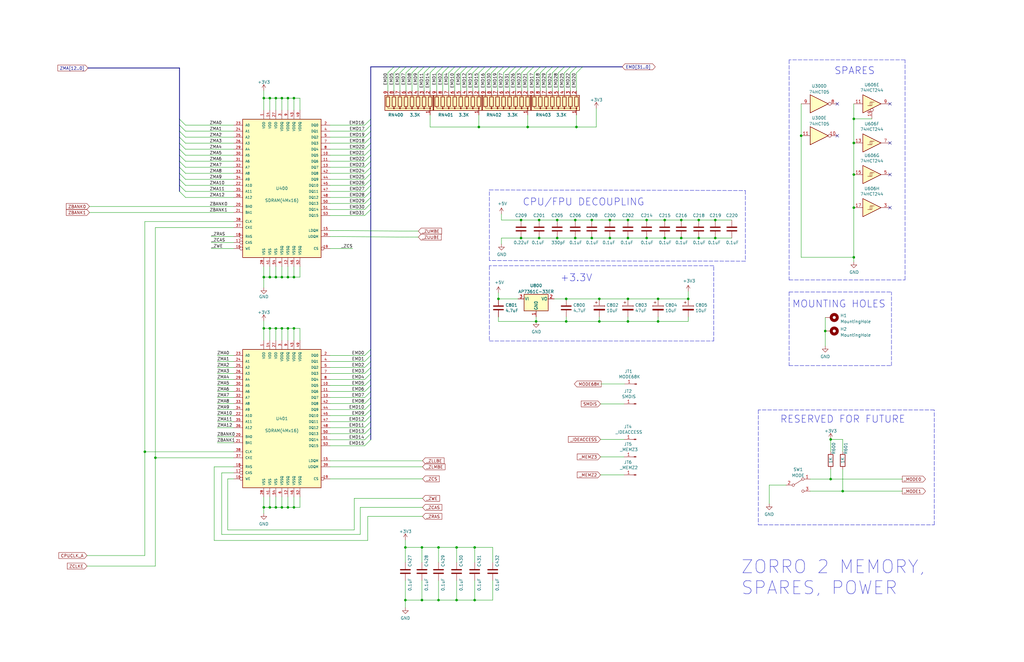
<source format=kicad_sch>
(kicad_sch (version 20231120) (generator "eeschema") (generator_version "8.0")
  (paper "B")
  (title_block (title "Amiga N2630 MC68880 PGA") (date "2024-03-24") (rev "4.1.0b"))
  (junction (at 243.078 53.594))
  (junction (at 294.64 100.457))
  (junction (at 170.942 253.238))
  (junction (at 118.872 138.557))
  (junction (at 360.045 108.585))
  (junction (at 222.504 53.594))
  (junction (at 350.266 202.184))
  (junction (at 121.412 41.402))
  (junction (at 111.252 116.967))
  (junction (at 201.93 53.594))
  (junction (at 111.252 138.557))
  (junction (at 287.274 92.837))
  (junction (at 170.942 231.013))
  (junction (at 192.532 231.013))
  (junction (at 123.952 41.402))
  (junction (at 177.927 231.013))
  (junction (at 252.73 135.636))
  (junction (at 113.792 214.122))
  (junction (at 234.95 100.457))
  (junction (at 113.792 116.967))
  (junction (at 111.252 41.402))
  (junction (at 264.795 100.457))
  (junction (at 116.332 41.402))
  (junction (at 264.795 92.837))
  (junction (at 177.927 253.238))
  (junction (at 113.792 138.557))
  (junction (at 290.195 126.111))
  (junction (at 200.152 253.238))
  (junction (at 355.346 207.264))
  (junction (at 360.045 87.63))
  (junction (at 226.06 135.636))
  (junction (at 252.73 126.111))
  (junction (at 121.412 138.557))
  (junction (at 210.185 126.111))
  (junction (at 61.087 190.627))
  (junction (at 118.872 116.967))
  (junction (at 116.332 116.967))
  (junction (at 113.792 41.402))
  (junction (at 116.332 214.122))
  (junction (at 116.332 138.557))
  (junction (at 280.289 100.457))
  (junction (at 360.045 60.325))
  (junction (at 257.175 100.457))
  (junction (at 123.952 138.557))
  (junction (at 280.289 92.837))
  (junction (at 287.274 100.457))
  (junction (at 123.952 116.967))
  (junction (at 123.952 214.122))
  (junction (at 257.175 92.837))
  (junction (at 184.912 253.238))
  (junction (at 347.98 139.7))
  (junction (at 227.33 92.837))
  (junction (at 219.71 100.457))
  (junction (at 242.57 92.837))
  (junction (at 249.555 92.837))
  (junction (at 272.669 100.457))
  (junction (at 249.555 100.457))
  (junction (at 118.872 41.402))
  (junction (at 200.152 231.013))
  (junction (at 238.76 126.111))
  (junction (at 219.71 92.837))
  (junction (at 264.795 126.111))
  (junction (at 234.95 92.837))
  (junction (at 360.045 50.165))
  (junction (at 118.872 214.122))
  (junction (at 111.252 214.122))
  (junction (at 350.266 185.42))
  (junction (at 337.82 57.277))
  (junction (at 264.795 135.636))
  (junction (at 65.532 193.167))
  (junction (at 277.495 126.111))
  (junction (at 294.64 92.837))
  (junction (at 272.669 92.837))
  (junction (at 121.412 214.122))
  (junction (at 238.76 135.636))
  (junction (at 227.33 100.457))
  (junction (at 360.045 73.66))
  (junction (at 301.625 100.457))
  (junction (at 121.412 116.967))
  (junction (at 184.912 231.013))
  (junction (at 277.495 135.636))
  (junction (at 242.57 100.457))
  (junction (at 301.625 92.837))
  (junction (at 192.532 253.238))
  (no_connect (at 353.06 57.277))
  (no_connect (at 375.285 43.815))
  (no_connect (at 375.285 87.63))
  (no_connect (at 375.285 60.325))
  (no_connect (at 375.285 73.66))
  (no_connect (at 353.06 43.815))
  (bus_entry (at 78.232 83.312) (size -2.54 -2.54))
  (bus_entry (at 222.504 30.734) (size 2.54 -2.54))
  (bus_entry (at 230.378 28.194) (size -2.54 2.54))
  (bus_entry (at 153.797 149.987) (size 2.54 -2.54))
  (bus_entry (at 153.797 152.527) (size 2.54 -2.54))
  (bus_entry (at 166.116 28.194) (size -2.54 2.54))
  (bus_entry (at 240.538 30.734) (size 2.54 -2.54))
  (bus_entry (at 217.424 28.194) (size -2.54 2.54))
  (bus_entry (at 196.85 28.194) (size -2.54 2.54))
  (bus_entry (at 243.078 30.734) (size 2.54 -2.54))
  (bus_entry (at 153.797 55.372) (size 2.54 -2.54))
  (bus_entry (at 171.196 28.194) (size -2.54 2.54))
  (bus_entry (at 207.264 28.194) (size -2.54 2.54))
  (bus_entry (at 191.77 28.194) (size -2.54 2.54))
  (bus_entry (at 219.964 30.734) (size 2.54 -2.54))
  (bus_entry (at 153.797 175.387) (size 2.54 -2.54))
  (bus_entry (at 153.797 185.547) (size 2.54 -2.54))
  (bus_entry (at 235.458 28.194) (size -2.54 2.54))
  (bus_entry (at 176.276 28.194) (size -2.54 2.54))
  (bus_entry (at 78.232 80.772) (size -2.54 -2.54))
  (bus_entry (at 178.816 28.194) (size -2.54 2.54))
  (bus_entry (at 237.998 28.194) (size -2.54 2.54))
  (bus_entry (at 153.797 65.532) (size 2.54 -2.54))
  (bus_entry (at 168.656 28.194) (size -2.54 2.54))
  (bus_entry (at 153.797 90.932) (size 2.54 -2.54))
  (bus_entry (at 214.884 28.194) (size -2.54 2.54))
  (bus_entry (at 153.797 157.607) (size 2.54 -2.54))
  (bus_entry (at 232.918 28.194) (size -2.54 2.54))
  (bus_entry (at 153.797 75.692) (size 2.54 -2.54))
  (bus_entry (at 153.797 188.087) (size 2.54 -2.54))
  (bus_entry (at 153.797 70.612) (size 2.54 -2.54))
  (bus_entry (at 153.797 165.227) (size 2.54 -2.54))
  (bus_entry (at 153.797 177.927) (size 2.54 -2.54))
  (bus_entry (at 153.797 80.772) (size 2.54 -2.54))
  (bus_entry (at 178.816 30.734) (size 2.54 -2.54))
  (bus_entry (at 181.356 30.734) (size 2.54 -2.54))
  (bus_entry (at 153.797 160.147) (size 2.54 -2.54))
  (bus_entry (at 199.39 28.194) (size -2.54 2.54))
  (bus_entry (at 153.797 162.687) (size 2.54 -2.54))
  (bus_entry (at 153.797 68.072) (size 2.54 -2.54))
  (bus_entry (at 153.797 57.912) (size 2.54 -2.54))
  (bus_entry (at 194.31 28.194) (size -2.54 2.54))
  (bus_entry (at 153.797 183.007) (size 2.54 -2.54))
  (bus_entry (at 153.797 85.852) (size 2.54 -2.54))
  (bus_entry (at 153.797 170.307) (size 2.54 -2.54))
  (bus_entry (at 153.797 155.067) (size 2.54 -2.54))
  (bus_entry (at 186.69 28.194) (size -2.54 2.54))
  (bus_entry (at 153.797 180.467) (size 2.54 -2.54))
  (bus_entry (at 199.39 30.734) (size 2.54 -2.54))
  (bus_entry (at 153.797 60.452) (size 2.54 -2.54))
  (bus_entry (at 173.736 28.194) (size -2.54 2.54))
  (bus_entry (at 153.797 73.152) (size 2.54 -2.54))
  (bus_entry (at 153.797 172.847) (size 2.54 -2.54))
  (bus_entry (at 240.538 28.194) (size -2.54 2.54))
  (bus_entry (at 201.93 30.734) (size 2.54 -2.54))
  (bus_entry (at 227.838 28.194) (size -2.54 2.54))
  (bus_entry (at 153.797 88.392) (size 2.54 -2.54))
  (bus_entry (at 153.797 83.312) (size 2.54 -2.54))
  (bus_entry (at 153.797 52.832) (size 2.54 -2.54))
  (bus_entry (at 78.232 52.832) (size -2.54 -2.54))
  (bus_entry (at 78.232 55.372) (size -2.54 -2.54))
  (bus_entry (at 78.232 57.912) (size -2.54 -2.54))
  (bus_entry (at 78.232 60.452) (size -2.54 -2.54))
  (bus_entry (at 78.232 62.992) (size -2.54 -2.54))
  (bus_entry (at 78.232 70.612) (size -2.54 -2.54))
  (bus_entry (at 78.232 73.152) (size -2.54 -2.54))
  (bus_entry (at 78.232 75.692) (size -2.54 -2.54))
  (bus_entry (at 78.232 78.232) (size -2.54 -2.54))
  (bus_entry (at 78.232 68.072) (size -2.54 -2.54))
  (bus_entry (at 78.232 65.532) (size -2.54 -2.54))
  (bus_entry (at 189.23 28.194) (size -2.54 2.54))
  (bus_entry (at 219.964 28.194) (size -2.54 2.54))
  (bus_entry (at 209.804 28.194) (size -2.54 2.54))
  (bus_entry (at 153.797 78.232) (size 2.54 -2.54))
  (bus_entry (at 212.344 28.194) (size -2.54 2.54))
  (bus_entry (at 153.797 167.767) (size 2.54 -2.54))
  (bus_entry (at 153.797 62.992) (size 2.54 -2.54))
  (wire (pts (xy 222.504 30.734) (xy 222.504 38.354)))
  (wire (pts (xy 91.567 165.227) (xy 98.552 165.227)))
  (wire (pts (xy 367.665 50.165) (xy 360.045 50.165)))
  (wire (pts (xy 139.192 162.687) (xy 153.797 162.687)))
  (wire (pts (xy 65.532 193.167) (xy 65.532 96.012)))
  (wire (pts (xy 93.472 199.517) (xy 93.472 225.552)))
  (wire (pts (xy 78.232 57.912) (xy 98.552 57.912)))
  (wire (pts (xy 111.252 214.122) (xy 113.792 214.122)))
  (bus (pts (xy 156.337 85.852) (xy 156.337 83.312)))
  (wire (pts (xy 139.192 160.147) (xy 153.797 160.147)))
  (wire (pts (xy 207.772 253.238) (xy 207.772 244.983)))
  (wire (pts (xy 121.412 138.557) (xy 121.412 143.637)))
  (wire (pts (xy 214.884 30.734) (xy 214.884 38.354)))
  (wire (pts (xy 91.567 172.847) (xy 98.552 172.847)))
  (wire (pts (xy 219.71 92.837) (xy 211.455 92.837)))
  (wire (pts (xy 121.412 209.677) (xy 121.412 214.122)))
  (wire (pts (xy 113.792 41.402) (xy 116.332 41.402)))
  (wire (pts (xy 126.492 209.677) (xy 126.492 214.122)))
  (wire (pts (xy 252.73 135.636) (xy 264.795 135.636)))
  (wire (pts (xy 78.232 78.232) (xy 98.552 78.232)))
  (wire (pts (xy 243.078 53.594) (xy 251.46 53.594)))
  (polyline (pts (xy 206.375 109.982) (xy 206.375 80.137)) (stroke (width 0) (type dash)))
  (wire (pts (xy 139.192 172.847) (xy 153.797 172.847)))
  (wire (pts (xy 139.192 180.467) (xy 153.797 180.467)))
  (wire (pts (xy 118.872 116.967) (xy 121.412 116.967)))
  (bus (pts (xy 186.69 28.194) (xy 189.23 28.194)))
  (bus (pts (xy 232.918 28.194) (xy 235.458 28.194)))
  (wire (pts (xy 116.332 138.557) (xy 116.332 143.637)))
  (wire (pts (xy 149.352 210.312) (xy 178.181 210.312)))
  (wire (pts (xy 113.792 138.557) (xy 116.332 138.557)))
  (bus (pts (xy 173.736 28.194) (xy 176.276 28.194)))
  (wire (pts (xy 287.274 92.837) (xy 294.64 92.837)))
  (wire (pts (xy 78.232 70.612) (xy 98.552 70.612)))
  (wire (pts (xy 123.952 112.522) (xy 123.952 116.967)))
  (wire (pts (xy 121.412 214.122) (xy 123.952 214.122)))
  (wire (pts (xy 116.332 112.522) (xy 116.332 116.967)))
  (bus (pts (xy 199.39 28.194) (xy 201.93 28.194)))
  (wire (pts (xy 171.196 30.734) (xy 171.196 38.354)))
  (wire (pts (xy 118.872 214.122) (xy 121.412 214.122)))
  (bus (pts (xy 217.424 28.194) (xy 219.964 28.194)))
  (wire (pts (xy 96.012 223.647) (xy 149.352 223.647)))
  (wire (pts (xy 225.298 30.734) (xy 225.298 38.354)))
  (wire (pts (xy 170.942 253.238) (xy 170.942 256.413)))
  (bus (pts (xy 37.084 28.702) (xy 75.692 28.702)))
  (bus (pts (xy 75.692 68.072) (xy 75.692 65.532)))
  (bus (pts (xy 156.337 160.147) (xy 156.337 157.607)))
  (bus (pts (xy 191.77 28.194) (xy 194.31 28.194)))
  (wire (pts (xy 355.346 190.5) (xy 355.346 185.42)))
  (wire (pts (xy 111.252 46.482) (xy 111.252 41.402)))
  (bus (pts (xy 156.337 55.372) (xy 156.337 52.832)))
  (bus (pts (xy 156.337 83.312) (xy 156.337 80.772)))
  (wire (pts (xy 170.942 253.238) (xy 177.927 253.238)))
  (wire (pts (xy 331.47 204.724) (xy 324.358 204.724)))
  (wire (pts (xy 139.192 104.902) (xy 148.717 104.902)))
  (wire (pts (xy 78.232 73.152) (xy 98.552 73.152)))
  (bus (pts (xy 189.23 28.194) (xy 191.77 28.194)))
  (wire (pts (xy 253.238 170.434) (xy 263.144 170.434)))
  (bus (pts (xy 75.692 70.612) (xy 75.692 68.072)))
  (wire (pts (xy 360.045 108.585) (xy 360.045 110.49)))
  (wire (pts (xy 301.625 92.837) (xy 308.61 92.837)))
  (wire (pts (xy 178.816 30.734) (xy 178.816 38.354)))
  (wire (pts (xy 253.238 185.42) (xy 263.144 185.42)))
  (wire (pts (xy 207.772 231.013) (xy 200.152 231.013)))
  (wire (pts (xy 139.192 90.932) (xy 153.797 90.932)))
  (wire (pts (xy 277.495 135.636) (xy 264.795 135.636)))
  (wire (pts (xy 139.192 185.547) (xy 153.797 185.547)))
  (wire (pts (xy 200.152 253.238) (xy 200.152 244.983)))
  (polyline (pts (xy 314.325 110.236) (xy 206.375 109.982)) (stroke (width 0) (type dash)))
  (wire (pts (xy 355.346 207.264) (xy 380.492 207.264)))
  (wire (pts (xy 192.532 237.363) (xy 192.532 231.013)))
  (wire (pts (xy 139.192 157.607) (xy 153.797 157.607)))
  (wire (pts (xy 96.012 202.057) (xy 96.012 223.647)))
  (wire (pts (xy 98.552 93.472) (xy 61.087 93.472)))
  (wire (pts (xy 192.532 253.238) (xy 200.152 253.238)))
  (wire (pts (xy 123.952 138.557) (xy 123.952 143.637)))
  (wire (pts (xy 151.892 225.552) (xy 151.892 214.122)))
  (wire (pts (xy 78.232 52.832) (xy 98.552 52.832)))
  (wire (pts (xy 264.795 92.837) (xy 257.175 92.837)))
  (bus (pts (xy 156.337 52.832) (xy 156.337 50.292)))
  (wire (pts (xy 337.82 57.277) (xy 337.82 108.585)))
  (bus (pts (xy 156.337 177.927) (xy 156.337 175.387)))
  (wire (pts (xy 264.795 92.837) (xy 272.669 92.837)))
  (wire (pts (xy 360.045 60.325) (xy 360.045 73.66)))
  (wire (pts (xy 111.252 116.967) (xy 111.252 121.412)))
  (bus (pts (xy 156.337 185.547) (xy 156.337 183.007)))
  (wire (pts (xy 139.192 167.767) (xy 153.797 167.767)))
  (bus (pts (xy 75.692 55.372) (xy 75.692 52.832)))
  (bus (pts (xy 214.884 28.194) (xy 217.424 28.194)))
  (wire (pts (xy 139.192 152.527) (xy 153.797 152.527)))
  (wire (pts (xy 91.567 157.607) (xy 98.552 157.607)))
  (wire (pts (xy 280.289 92.837) (xy 287.274 92.837)))
  (wire (pts (xy 234.95 92.837) (xy 227.33 92.837)))
  (wire (pts (xy 200.152 231.013) (xy 192.532 231.013)))
  (wire (pts (xy 219.71 100.457) (xy 211.455 100.457)))
  (wire (pts (xy 341.63 202.184) (xy 350.266 202.184)))
  (wire (pts (xy 235.458 30.734) (xy 235.458 38.354)))
  (wire (pts (xy 111.252 209.677) (xy 111.252 214.122)))
  (wire (pts (xy 139.192 65.532) (xy 153.797 65.532)))
  (wire (pts (xy 91.5924 180.467) (xy 98.552 180.467)))
  (wire (pts (xy 78.232 65.532) (xy 98.552 65.532)))
  (wire (pts (xy 116.332 138.557) (xy 118.872 138.557)))
  (wire (pts (xy 272.669 92.837) (xy 280.289 92.837)))
  (wire (pts (xy 78.232 55.372) (xy 98.552 55.372)))
  (wire (pts (xy 242.57 100.457) (xy 249.555 100.457)))
  (wire (pts (xy 98.552 199.517) (xy 93.472 199.517)))
  (polyline (pts (xy 206.375 80.137) (xy 314.325 80.391)) (stroke (width 0) (type dash)))
  (wire (pts (xy 113.792 116.967) (xy 116.332 116.967)))
  (wire (pts (xy 139.192 78.232) (xy 153.797 78.232)))
  (wire (pts (xy 212.344 30.734) (xy 212.344 38.354)))
  (wire (pts (xy 350.266 202.184) (xy 380.492 202.184)))
  (wire (pts (xy 189.23 30.734) (xy 189.23 38.354)))
  (bus (pts (xy 156.337 183.007) (xy 156.337 180.467)))
  (wire (pts (xy 360.045 73.66) (xy 360.045 87.63)))
  (wire (pts (xy 360.045 108.585) (xy 337.82 108.585)))
  (wire (pts (xy 90.297 228.092) (xy 155.067 228.092)))
  (wire (pts (xy 277.495 133.731) (xy 277.495 135.636)))
  (polyline (pts (xy 332.74 25.273) (xy 332.74 118.11)) (stroke (width 0) (type dash)))
  (wire (pts (xy 301.625 100.457) (xy 308.61 100.457)))
  (bus (pts (xy 156.337 78.232) (xy 156.337 75.692)))
  (wire (pts (xy 242.57 92.837) (xy 234.95 92.837)))
  (wire (pts (xy 91.567 160.147) (xy 98.552 160.147)))
  (wire (pts (xy 290.195 133.731) (xy 290.195 135.636)))
  (polyline (pts (xy 375.92 154.305) (xy 375.92 123.19)) (stroke (width 0) (type dash)))
  (bus (pts (xy 156.337 57.912) (xy 156.337 55.372)))
  (bus (pts (xy 156.337 165.227) (xy 156.337 162.687)))
  (wire (pts (xy 78.232 80.772) (xy 98.552 80.772)))
  (wire (pts (xy 123.952 138.557) (xy 126.492 138.557)))
  (polyline (pts (xy 206.375 112.141) (xy 206.375 143.891)) (stroke (width 0) (type dash)))
  (wire (pts (xy 177.927 244.983) (xy 177.927 253.238)))
  (bus (pts (xy 156.337 155.067) (xy 156.337 152.527)))
  (wire (pts (xy 61.087 93.472) (xy 61.087 190.627)))
  (wire (pts (xy 199.39 30.734) (xy 199.39 38.354)))
  (bus (pts (xy 230.378 28.194) (xy 232.918 28.194)))
  (wire (pts (xy 61.087 190.627) (xy 61.087 234.442)))
  (wire (pts (xy 139.192 85.852) (xy 153.797 85.852)))
  (wire (pts (xy 230.378 30.734) (xy 230.378 38.354)))
  (bus (pts (xy 156.337 80.772) (xy 156.337 78.232)))
  (wire (pts (xy 238.76 126.111) (xy 252.73 126.111)))
  (wire (pts (xy 200.152 253.238) (xy 207.772 253.238)))
  (wire (pts (xy 210.185 135.636) (xy 226.06 135.636)))
  (wire (pts (xy 251.46 45.72) (xy 251.46 53.594)))
  (wire (pts (xy 78.232 83.312) (xy 98.552 83.312)))
  (wire (pts (xy 91.5924 177.927) (xy 98.552 177.927)))
  (wire (pts (xy 186.69 30.734) (xy 186.69 38.354)))
  (polyline (pts (xy 381.635 25.273) (xy 332.74 25.273)) (stroke (width 0) (type dash)))
  (wire (pts (xy 139.192 55.372) (xy 153.797 55.372)))
  (wire (pts (xy 139.192 60.452) (xy 153.797 60.452)))
  (bus (pts (xy 227.838 28.194) (xy 230.378 28.194)))
  (polyline (pts (xy 332.74 123.19) (xy 332.74 154.305)) (stroke (width 0) (type dash)))
  (bus (pts (xy 178.816 28.194) (xy 181.356 28.194)))
  (wire (pts (xy 139.192 73.152) (xy 153.797 73.152)))
  (wire (pts (xy 264.795 126.111) (xy 277.495 126.111)))
  (wire (pts (xy 177.927 253.238) (xy 184.912 253.238)))
  (bus (pts (xy 156.337 73.152) (xy 156.337 70.612)))
  (wire (pts (xy 238.76 135.636) (xy 238.76 133.731)))
  (wire (pts (xy 181.356 48.514) (xy 181.356 53.594)))
  (wire (pts (xy 257.175 92.837) (xy 249.555 92.837)))
  (wire (pts (xy 360.045 43.815) (xy 360.045 50.165)))
  (bus (pts (xy 156.337 175.387) (xy 156.337 172.847)))
  (wire (pts (xy 151.892 214.122) (xy 178.181 214.122)))
  (polyline (pts (xy 314.325 80.391) (xy 314.325 110.236)) (stroke (width 0) (type dash)))
  (wire (pts (xy 126.492 138.557) (xy 126.492 143.637)))
  (wire (pts (xy 78.232 62.992) (xy 98.552 62.992)))
  (bus (pts (xy 75.692 52.832) (xy 75.692 50.292)))
  (wire (pts (xy 89.027 104.902) (xy 98.552 104.902)))
  (wire (pts (xy 234.95 100.457) (xy 242.57 100.457)))
  (wire (pts (xy 91.567 184.277) (xy 98.552 184.277)))
  (wire (pts (xy 139.192 196.977) (xy 178.181 196.977)))
  (wire (pts (xy 111.252 41.402) (xy 113.792 41.402)))
  (wire (pts (xy 226.06 135.636) (xy 238.76 135.636)))
  (wire (pts (xy 194.31 30.734) (xy 194.31 38.354)))
  (wire (pts (xy 91.567 186.817) (xy 98.552 186.817)))
  (wire (pts (xy 226.06 133.731) (xy 226.06 135.636)))
  (wire (pts (xy 196.85 30.734) (xy 196.85 38.354)))
  (wire (pts (xy 264.795 100.457) (xy 257.175 100.457)))
  (wire (pts (xy 118.872 112.522) (xy 118.872 116.967)))
  (wire (pts (xy 89.027 102.362) (xy 98.552 102.362)))
  (wire (pts (xy 111.252 116.967) (xy 113.792 116.967)))
  (wire (pts (xy 116.332 116.967) (xy 118.872 116.967)))
  (wire (pts (xy 184.15 30.734) (xy 184.15 38.354)))
  (wire (pts (xy 139.192 194.437) (xy 178.181 194.437)))
  (wire (pts (xy 272.669 100.457) (xy 280.289 100.457)))
  (wire (pts (xy 61.087 190.627) (xy 98.552 190.627)))
  (wire (pts (xy 280.289 100.457) (xy 287.274 100.457)))
  (wire (pts (xy 113.792 112.522) (xy 113.792 116.967)))
  (wire (pts (xy 252.73 133.731) (xy 252.73 135.636)))
  (wire (pts (xy 201.93 53.594) (xy 222.504 53.594)))
  (wire (pts (xy 170.942 244.983) (xy 170.942 253.238)))
  (wire (pts (xy 113.792 214.122) (xy 116.332 214.122)))
  (wire (pts (xy 237.998 30.734) (xy 237.998 38.354)))
  (wire (pts (xy 139.192 165.227) (xy 153.797 165.227)))
  (wire (pts (xy 116.332 41.402) (xy 116.332 46.482)))
  (wire (pts (xy 181.356 30.734) (xy 181.356 38.354)))
  (wire (pts (xy 139.192 68.072) (xy 153.797 68.072)))
  (wire (pts (xy 168.656 30.734) (xy 168.656 38.354)))
  (wire (pts (xy 91.567 149.987) (xy 98.552 149.987)))
  (wire (pts (xy 111.252 214.122) (xy 111.252 216.662)))
  (wire (pts (xy 139.192 62.992) (xy 153.797 62.992)))
  (wire (pts (xy 233.68 126.111) (xy 238.76 126.111)))
  (wire (pts (xy 253.238 192.786) (xy 263.144 192.786)))
  (wire (pts (xy 118.872 138.557) (xy 121.412 138.557)))
  (wire (pts (xy 139.192 57.912) (xy 153.797 57.912)))
  (wire (pts (xy 355.346 198.12) (xy 355.346 207.264)))
  (wire (pts (xy 139.192 183.007) (xy 153.797 183.007)))
  (wire (pts (xy 173.736 30.734) (xy 173.736 38.354)))
  (wire (pts (xy 287.274 100.457) (xy 294.64 100.457)))
  (wire (pts (xy 219.71 100.457) (xy 227.33 100.457)))
  (wire (pts (xy 249.555 92.837) (xy 242.57 92.837)))
  (bus (pts (xy 156.337 180.467) (xy 156.337 177.927)))
  (wire (pts (xy 123.952 41.402) (xy 123.952 46.482)))
  (wire (pts (xy 65.532 193.167) (xy 98.552 193.167)))
  (wire (pts (xy 118.872 41.402) (xy 118.872 46.482)))
  (wire (pts (xy 192.532 253.238) (xy 192.532 244.983)))
  (wire (pts (xy 177.927 231.013) (xy 177.927 237.363)))
  (wire (pts (xy 111.252 135.382) (xy 111.252 138.557)))
  (wire (pts (xy 111.252 112.522) (xy 111.252 116.967)))
  (bus (pts (xy 240.538 28.194) (xy 243.078 28.194)))
  (polyline (pts (xy 319.786 221.488) (xy 393.954 221.488)) (stroke (width 0) (type dash)))
  (wire (pts (xy 201.93 30.734) (xy 201.93 38.354)))
  (wire (pts (xy 98.552 196.977) (xy 90.297 196.977)))
  (wire (pts (xy 78.232 60.452) (xy 98.552 60.452)))
  (bus (pts (xy 194.31 28.194) (xy 196.85 28.194)))
  (wire (pts (xy 139.192 202.057) (xy 178.181 202.057)))
  (wire (pts (xy 139.192 177.927) (xy 153.797 177.927)))
  (wire (pts (xy 139.192 83.312) (xy 153.797 83.312)))
  (bus (pts (xy 156.337 152.527) (xy 156.337 149.987)))
  (wire (pts (xy 347.98 133.985) (xy 347.98 139.7)))
  (wire (pts (xy 324.358 204.724) (xy 324.358 212.598)))
  (wire (pts (xy 139.192 88.392) (xy 153.797 88.392)))
  (bus (pts (xy 166.116 28.194) (xy 168.656 28.194)))
  (wire (pts (xy 253.238 200.406) (xy 263.144 200.406)))
  (wire (pts (xy 210.185 133.731) (xy 210.185 135.636)))
  (wire (pts (xy 207.264 30.734) (xy 207.264 38.354)))
  (bus (pts (xy 75.692 57.912) (xy 75.692 55.372)))
  (wire (pts (xy 211.455 100.457) (xy 211.455 102.997)))
  (wire (pts (xy 184.912 231.013) (xy 177.927 231.013)))
  (bus (pts (xy 201.93 28.194) (xy 204.47 28.194)))
  (wire (pts (xy 111.252 38.227) (xy 111.252 41.402)))
  (wire (pts (xy 91.567 162.687) (xy 98.552 162.687)))
  (wire (pts (xy 350.266 198.12) (xy 350.266 202.184)))
  (wire (pts (xy 139.192 155.067) (xy 153.797 155.067)))
  (wire (pts (xy 200.152 237.363) (xy 200.152 231.013)))
  (bus (pts (xy 156.337 167.767) (xy 156.337 165.227)))
  (bus (pts (xy 156.337 172.847) (xy 156.337 170.307)))
  (bus (pts (xy 235.458 28.194) (xy 237.998 28.194)))
  (wire (pts (xy 207.772 237.363) (xy 207.772 231.013)))
  (polyline (pts (xy 300.99 143.891) (xy 300.99 112.141)) (stroke (width 0) (type dash)))
  (wire (pts (xy 184.912 244.983) (xy 184.912 253.238)))
  (bus (pts (xy 207.264 28.194) (xy 209.804 28.194)))
  (wire (pts (xy 243.078 48.514) (xy 243.078 53.594)))
  (wire (pts (xy 123.952 41.402) (xy 126.492 41.402)))
  (polyline (pts (xy 319.786 172.974) (xy 319.786 221.488)) (stroke (width 0) (type dash)))
  (wire (pts (xy 222.504 53.594) (xy 243.078 53.594)))
  (wire (pts (xy 91.567 167.767) (xy 98.552 167.767)))
  (bus (pts (xy 212.344 28.194) (xy 214.884 28.194)))
  (wire (pts (xy 191.77 30.734) (xy 191.77 38.354)))
  (wire (pts (xy 139.192 80.772) (xy 153.797 80.772)))
  (bus (pts (xy 75.692 78.232) (xy 75.692 80.772)))
  (wire (pts (xy 177.927 231.013) (xy 170.942 231.013)))
  (polyline (pts (xy 206.375 143.891) (xy 300.99 143.891)) (stroke (width 0) (type dash)))
  (wire (pts (xy 204.724 30.734) (xy 204.724 38.354)))
  (wire (pts (xy 211.455 92.837) (xy 211.455 90.297)))
  (wire (pts (xy 139.192 97.282) (xy 176.403 97.536)))
  (bus (pts (xy 176.276 28.194) (xy 178.816 28.194)))
  (wire (pts (xy 78.232 75.692) (xy 98.552 75.692)))
  (wire (pts (xy 121.412 112.522) (xy 121.412 116.967)))
  (bus (pts (xy 156.337 149.987) (xy 156.337 147.447)))
  (wire (pts (xy 149.352 223.647) (xy 149.352 210.312)))
  (wire (pts (xy 111.252 143.637) (xy 111.252 138.557)))
  (wire (pts (xy 123.952 116.967) (xy 126.492 116.967)))
  (wire (pts (xy 360.045 50.165) (xy 360.045 60.325)))
  (wire (pts (xy 98.552 202.057) (xy 96.012 202.057)))
  (wire (pts (xy 139.192 70.612) (xy 153.797 70.612)))
  (bus (pts (xy 156.337 65.532) (xy 156.337 62.992)))
  (bus (pts (xy 181.356 28.194) (xy 183.896 28.194)))
  (polyline (pts (xy 332.74 154.305) (xy 375.92 154.305)) (stroke (width 0) (type dash)))
  (wire (pts (xy 217.424 30.734) (xy 217.424 38.354)))
  (wire (pts (xy 253.492 162.052) (xy 263.398 162.052)))
  (wire (pts (xy 113.792 209.677) (xy 113.792 214.122)))
  (bus (pts (xy 156.337 68.072) (xy 156.337 65.532)))
  (bus (pts (xy 222.504 28.194) (xy 225.044 28.194)))
  (bus (pts (xy 75.692 75.692) (xy 75.692 78.232)))
  (wire (pts (xy 290.195 135.636) (xy 277.495 135.636)))
  (wire (pts (xy 210.185 126.111) (xy 210.185 123.571)))
  (bus (pts (xy 75.692 73.152) (xy 75.692 75.692)))
  (bus (pts (xy 75.692 65.532) (xy 75.692 62.992)))
  (polyline (pts (xy 332.74 118.11) (xy 381.635 118.11)) (stroke (width 0) (type dash)))
  (wire (pts (xy 176.276 30.734) (xy 176.276 38.354)))
  (bus (pts (xy 183.896 28.194) (xy 186.69 28.194)))
  (wire (pts (xy 257.175 100.457) (xy 249.555 100.457)))
  (wire (pts (xy 219.964 30.734) (xy 219.964 38.354)))
  (wire (pts (xy 139.192 75.692) (xy 153.797 75.692)))
  (bus (pts (xy 225.044 28.194) (xy 227.838 28.194)))
  (bus (pts (xy 156.337 170.307) (xy 156.337 167.767)))
  (wire (pts (xy 240.538 30.734) (xy 240.538 38.354)))
  (bus (pts (xy 156.337 70.612) (xy 156.337 68.072)))
  (bus (pts (xy 75.692 60.452) (xy 75.692 57.912)))
  (bus (pts (xy 219.964 28.194) (xy 222.504 28.194)))
  (wire (pts (xy 227.33 92.837) (xy 219.71 92.837)))
  (wire (pts (xy 209.804 30.734) (xy 209.804 38.354)))
  (wire (pts (xy 222.504 48.514) (xy 222.504 53.594)))
  (wire (pts (xy 36.703 238.887) (xy 65.532 238.887)))
  (wire (pts (xy 91.567 155.067) (xy 98.552 155.067)))
  (wire (pts (xy 232.918 30.734) (xy 232.918 38.354)))
  (wire (pts (xy 121.412 41.402) (xy 123.952 41.402)))
  (wire (pts (xy 184.912 231.013) (xy 184.912 237.363)))
  (wire (pts (xy 350.266 185.42) (xy 350.266 190.5)))
  (wire (pts (xy 118.872 209.677) (xy 118.872 214.122)))
  (wire (pts (xy 166.116 30.734) (xy 166.116 38.354)))
  (polyline (pts (xy 393.954 172.974) (xy 319.786 172.974)) (stroke (width 0) (type dash)))
  (wire (pts (xy 89.027 99.822) (xy 98.552 99.822)))
  (wire (pts (xy 243.078 30.734) (xy 243.078 38.354)))
  (wire (pts (xy 91.567 175.387) (xy 98.552 175.387)))
  (wire (pts (xy 113.792 41.402) (xy 113.792 46.482)))
  (bus (pts (xy 156.337 88.392) (xy 156.337 85.852)))
  (wire (pts (xy 355.346 185.42) (xy 350.266 185.42)))
  (wire (pts (xy 116.332 209.677) (xy 116.332 214.122)))
  (bus (pts (xy 196.85 28.194) (xy 199.39 28.194)))
  (wire (pts (xy 121.412 138.557) (xy 123.952 138.557)))
  (bus (pts (xy 237.998 28.194) (xy 240.538 28.194)))
  (wire (pts (xy 126.492 112.522) (xy 126.492 116.967)))
  (wire (pts (xy 264.795 100.457) (xy 272.669 100.457)))
  (wire (pts (xy 341.63 207.264) (xy 355.346 207.264)))
  (wire (pts (xy 290.195 126.111) (xy 290.195 122.936)))
  (wire (pts (xy 170.942 231.013) (xy 170.942 237.363)))
  (bus (pts (xy 156.337 75.692) (xy 156.337 73.152)))
  (wire (pts (xy 91.567 152.527) (xy 98.552 152.527)))
  (wire (pts (xy 90.297 196.977) (xy 90.297 228.092)))
  (bus (pts (xy 156.337 147.447) (xy 156.337 88.392)))
  (wire (pts (xy 65.532 96.012) (xy 98.552 96.012)))
  (wire (pts (xy 238.76 135.636) (xy 252.73 135.636)))
  (wire (pts (xy 123.952 209.677) (xy 123.952 214.122)))
  (bus (pts (xy 243.078 28.194) (xy 245.618 28.194)))
  (bus (pts (xy 156.337 28.194) (xy 156.337 50.292)))
  (bus (pts (xy 209.804 28.194) (xy 212.344 28.194)))
  (wire (pts (xy 139.192 175.387) (xy 153.797 175.387)))
  (wire (pts (xy 126.492 41.402) (xy 126.492 46.482)))
  (wire (pts (xy 277.495 126.111) (xy 290.195 126.111)))
  (wire (pts (xy 184.912 253.238) (xy 192.532 253.238)))
  (polyline (pts (xy 393.954 221.488) (xy 393.954 172.974)) (stroke (width 0) (type dash)))
  (wire (pts (xy 181.356 53.594) (xy 201.93 53.594)))
  (wire (pts (xy 155.067 228.092) (xy 155.067 217.932)))
  (wire (pts (xy 192.532 231.013) (xy 184.912 231.013)))
  (wire (pts (xy 121.412 41.402) (xy 121.412 46.482)))
  (bus (pts (xy 245.618 28.194) (xy 262.382 28.194)))
  (bus (pts (xy 168.656 28.194) (xy 171.196 28.194)))
  (wire (pts (xy 36.703 234.442) (xy 61.087 234.442)))
  (wire (pts (xy 218.44 126.111) (xy 210.185 126.111)))
  (wire (pts (xy 113.792 138.557) (xy 113.792 143.637)))
  (polyline (pts (xy 332.74 123.19) (xy 375.92 123.19)) (stroke (width 0) (type dash)))
  (wire (pts (xy 93.472 225.552) (xy 151.892 225.552)))
  (wire (pts (xy 347.98 139.7) (xy 347.98 146.05)))
  (polyline (pts (xy 381.635 118.11) (xy 381.635 25.273)) (stroke (width 0) (type dash)))
  (bus (pts (xy 156.337 60.452) (xy 156.337 57.912)))
  (wire (pts (xy 37.719 87.122) (xy 98.552 87.122)))
  (wire (pts (xy 294.64 100.457) (xy 301.625 100.457)))
  (wire (pts (xy 139.192 52.832) (xy 153.797 52.832)))
  (wire (pts (xy 227.33 100.457) (xy 234.95 100.457)))
  (wire (pts (xy 360.045 87.63) (xy 360.045 108.585)))
  (wire (pts (xy 116.332 41.402) (xy 118.872 41.402)))
  (bus (pts (xy 75.692 62.992) (xy 75.692 60.452)))
  (wire (pts (xy 139.192 188.087) (xy 153.797 188.087)))
  (polyline (pts (xy 300.99 112.141) (xy 206.375 112.141)) (stroke (width 0) (type dash)))
  (bus (pts (xy 171.196 28.194) (xy 173.736 28.194)))
  (wire (pts (xy 139.192 99.822) (xy 176.403 100.076)))
  (wire (pts (xy 91.567 170.307) (xy 98.552 170.307)))
  (wire (pts (xy 139.192 170.307) (xy 153.797 170.307)))
  (wire (pts (xy 155.067 217.932) (xy 178.181 217.932)))
  (wire (pts (xy 201.93 48.514) (xy 201.93 53.594)))
  (bus (pts (xy 75.692 50.292) (xy 75.692 28.702)))
  (wire (pts (xy 264.795 135.636) (xy 264.795 133.731)))
  (wire (pts (xy 252.73 126.111) (xy 264.795 126.111)))
  (wire (pts (xy 170.942 227.838) (xy 170.942 231.013)))
  (wire (pts (xy 121.412 116.967) (xy 123.952 116.967)))
  (bus (pts (xy 156.337 157.607) (xy 156.337 155.067)))
  (wire (pts (xy 118.872 41.402) (xy 121.412 41.402)))
  (bus (pts (xy 156.337 162.687) (xy 156.337 160.147)))
  (wire (pts (xy 163.576 30.734) (xy 163.576 38.354)))
  (bus (pts (xy 156.337 28.194) (xy 166.116 28.194)))
  (wire (pts (xy 337.82 43.815) (xy 337.82 57.277)))
  (bus (pts (xy 156.337 62.992) (xy 156.337 60.452)))
  (wire (pts (xy 227.838 30.734) (xy 227.838 38.354)))
  (wire (pts (xy 139.192 149.987) (xy 153.797 149.987)))
  (wire (pts (xy 294.64 92.837) (xy 301.625 92.837)))
  (wire (pts (xy 118.872 138.557) (xy 118.872 143.637)))
  (bus (pts (xy 75.692 73.152) (xy 75.692 70.612)))
  (wire (pts (xy 98.552 89.662) (xy 37.719 89.662)))
  (wire (pts (xy 116.332 214.122) (xy 118.872 214.122)))
  (wire (pts (xy 111.252 138.557) (xy 113.792 138.557)))
  (bus (pts (xy 204.47 28.194) (xy 207.264 28.194)))
  (wire (pts (xy 78.232 68.072) (xy 98.552 68.072)))
  (wire (pts (xy 123.952 214.122) (xy 126.492 214.122)))
  (wire (pts (xy 65.532 238.887) (xy 65.532 193.167)))
  (text "ZORRO 2 MEMORY,\nSPARES, POWER" (at 312.42 251.46 0) (effects (font (size 5.5 5.5)) (justify left bottom)))
  (text "MOUNTING HOLES" (at 334.01 130.175 0) (effects (font (size 3 3)) (justify left bottom)))
  (text "+3.3V" (at 236.22 119.126 0) (effects (font (size 2.9972 2.9972)) (justify left bottom)))
  (text "RESERVED FOR FUTURE" (at 328.93 178.816 0) (effects (font (size 3 3)) (justify left bottom)))
  (text "CPU/FPU DECOUPLING" (at 220.345 87.122 0) (effects (font (size 2.9972 2.9972)) (justify left bottom)))
  (text "SPARES" (at 351.79 31.75 0) (effects (font (size 2.9972 2.9972)) (justify left bottom)))
  (label "EMD16" (at 204.724 30.734 270))
  (label "EMD2" (at 186.69 30.734 270))
  (label "ZMA8" (at 88.392 73.152 0))
  (label "EMD27" (at 212.344 30.734 270))
  (label "ZMA1" (at 88.392 55.372 0))
  (label "EMD10" (at 153.6446 172.847 180))
  (label "EMD9" (at 176.276 30.734 270))
  (label "ZMA3" (at 91.567 157.607 0))
  (label "ZMA9" (at 88.392 75.692 0))
  (label "EMD12" (at 196.85 30.734 270))
  (label "EMD28" (at 153.797 83.312 180))
  (label "EMD25" (at 237.998 30.734 270))
  (label "EMD25" (at 153.797 75.692 180))
  (label "ZMA8" (at 91.567 170.307 0))
  (label "EMD21" (at 222.504 30.734 270))
  (label "ZMA9" (at 91.567 172.847 0))
  (label "EMD7" (at 153.6446 167.767 180))
  (label "EMD14" (at 181.356 30.734 270))
  (label "ZMA10" (at 91.567 175.387 0))
  (label "ZMA2" (at 88.392 57.912 0))
  (label "ZBANK1" (at 88.392 89.662 0))
  (label "ZMA6" (at 88.392 68.072 0))
  (label "EMD6" (at 153.6446 165.227 180))
  (label "EMD5" (at 153.6446 162.687 180))
  (label "ZBANK1" (at 91.567 186.817 0))
  (label "ZMA3" (at 88.392 60.452 0))
  (label "ZMA11" (at 88.392 80.772 0))
  (label "ZMA2" (at 91.567 155.067 0))
  (label "EMD18" (at 227.838 30.734 270))
  (label "EMD9" (at 153.6446 175.387 180))
  (label "EMD22" (at 153.797 68.072 180))
  (label "EMD24" (at 232.918 30.734 270))
  (label "ZMA10" (at 88.392 78.232 0))
  (label "EMD20" (at 153.797 62.992 180))
  (label "ZMA4" (at 88.392 62.992 0))
  (label "EMD27" (at 153.797 80.772 180))
  (label "EMD1" (at 184.15 30.734 270))
  (label "ZMA5" (at 91.567 162.687 0))
  (label "EMD0" (at 163.576 30.734 270))
  (label "EMD0" (at 153.6446 149.987 180))
  (label "EMD23" (at 153.797 70.612 180))
  (label "ZMA11" (at 91.5924 177.927 0))
  (label "EMD14" (at 153.6446 185.547 180))
  (label "ZMA0" (at 88.392 52.832 0))
  (label "_ZRAS" (at 89.027 99.822 0))
  (label "ZMA4" (at 91.567 160.147 0))
  (label "EMD22" (at 240.538 30.734 270))
  (label "EMD23" (at 219.964 30.734 270))
  (label "EMD3" (at 153.6446 157.607 180))
  (label "ZMA12" (at 91.5924 180.467 0))
  (label "EMD19" (at 153.797 57.912 180))
  (label "EMD16" (at 153.67 52.832 180))
  (label "ZMA7" (at 88.392 70.612 0))
  (label "EMD15" (at 153.6446 188.087 180))
  (label "EMD31" (at 214.884 30.734 270))
  (label "ZMA0" (at 91.567 149.987 0))
  (label "EMD10" (at 191.77 30.734 270))
  (label "EMD6" (at 194.31 30.734 270))
  (label "EMD26" (at 153.797 78.232 180))
  (label "EMD30" (at 207.264 30.734 270))
  (label "EMD19" (at 209.804 30.734 270))
  (label "EMD5" (at 166.116 30.734 270))
  (label "EMD17" (at 225.298 30.734 270))
  (label "EMD13" (at 153.6446 183.007 180))
  (label "EMD2" (at 153.6446 155.067 180))
  (label "EMD12" (at 153.6446 177.927 180))
  (label "EMD8" (at 173.736 30.734 270))
  (label "_ZWE" (at 89.027 104.902 0))
  (label "EMD1" (at 153.6446 152.527 180))
  (label "EMD30" (at 153.797 88.392 180))
  (label "EMD28" (at 235.458 30.734 270))
  (label "ZMA1" (at 91.567 152.527 0))
  (label "EMD31" (at 153.797 90.932 180))
  (label "EMD20" (at 243.078 30.734 270))
  (label "EMD11" (at 153.6446 180.467 180))
  (label "ZBANK0" (at 91.567 184.277 0))
  (label "ZMA12" (at 88.392 83.312 0))
  (label "EMD4" (at 189.23 30.734 270))
  (label "EMD17" (at 153.797 55.372 180))
  (label "EMD18" (at 153.797 60.452 180))
  (label "EMD3" (at 168.656 30.734 270))
  (label "EMD21" (at 153.797 65.532 180))
  (label "EMD24" (at 153.797 73.152 180))
  (label "ZMA6" (at 91.567 165.227 0))
  (label "ZBANK0" (at 88.392 87.122 0))
  (label "ZMA5" (at 88.392 65.532 0))
  (label "EMD7" (at 171.196 30.734 270))
  (label "EMD4" (at 153.6446 160.147 180))
  (label "EMD13" (at 199.39 30.734 270))
  (label "_ZCS" (at 148.717 104.902 180))
  (label "EMD8" (at 153.6446 170.307 180))
  (label "_ZCAS" (at 89.027 102.362 0))
  (label "EMD29" (at 230.378 30.734 270))
  (label "EMD15" (at 201.93 30.734 270))
  (label "EMD29" (at 153.797 85.852 180))
  (label "ZMA7" (at 91.567 167.767 0))
  (label "EMD11" (at 178.816 30.734 270))
  (label "EMD26" (at 217.424 30.734 270))
  (global_label "EMD[31..0]" (shape bidirectional) (at 262.382 28.194 0) (property "Intersheetrefs" "${INTERSHEET_REFS}" (effects (hide yes))))
  (global_label "_MODE0" (shape output) (at 380.492 202.184 0) (property "Intersheetrefs" "${INTERSHEET_REFS}" (effects (hide yes))))
  (global_label "MODE68K" (shape output) (at 253.492 162.052 180) (property "Intersheetrefs" "${INTERSHEET_REFS}" (effects (hide yes))))
  (global_label "ZCLKE" (shape input) (at 36.703 238.887 180) (property "Intersheetrefs" "${INTERSHEET_REFS}" (effects (hide yes))))
  (global_label "_ZUMBE" (shape input) (at 176.403 97.536 0) (property "Intersheetrefs" "${INTERSHEET_REFS}" (effects (hide yes))))
  (global_label "_ZUUBE" (shape input) (at 176.403 100.076 0) (property "Intersheetrefs" "${INTERSHEET_REFS}" (effects (hide yes))))
  (global_label "_MEMZ2" (shape input) (at 253.238 200.406 180) (property "Intersheetrefs" "${INTERSHEET_REFS}" (effects (hide yes))))
  (global_label "_IDEACCESS" (shape input) (at 253.238 185.42 180) (property "Intersheetrefs" "${INTERSHEET_REFS}" (effects (hide yes))))
  (global_label "_ZCS" (shape input) (at 178.181 202.057 0) (property "Intersheetrefs" "${INTERSHEET_REFS}" (effects (hide yes))))
  (global_label "SMDIS" (shape input) (at 253.238 170.434 180) (property "Intersheetrefs" "${INTERSHEET_REFS}" (effects (hide yes))))
  (global_label "_ZCAS" (shape input) (at 178.181 214.122 0) (property "Intersheetrefs" "${INTERSHEET_REFS}" (effects (hide yes))))
  (global_label "_MEMZ3" (shape input) (at 253.238 192.786 180) (property "Intersheetrefs" "${INTERSHEET_REFS}" (effects (hide yes))))
  (global_label "_ZLLBE" (shape input) (at 178.181 194.437 0) (property "Intersheetrefs" "${INTERSHEET_REFS}" (effects (hide yes))))
  (global_label "ZBANK1" (shape input) (at 37.719 89.662 180) (property "Intersheetrefs" "${INTERSHEET_REFS}" (effects (hide yes))))
  (global_label "_ZRAS" (shape input) (at 178.181 217.932 0) (property "Intersheetrefs" "${INTERSHEET_REFS}" (effects (hide yes))))
  (global_label "ZMA[12..0]" (shape input) (at 37.084 28.702 180) (property "Intersheetrefs" "${INTERSHEET_REFS}" (effects (hide yes))))
  (global_label "ZBANK0" (shape input) (at 37.719 87.122 180) (property "Intersheetrefs" "${INTERSHEET_REFS}" (effects (hide yes))))
  (global_label "_MODE1" (shape output) (at 380.492 207.264 0) (property "Intersheetrefs" "${INTERSHEET_REFS}" (effects (hide yes))))
  (global_label "_ZWE" (shape input) (at 178.181 210.312 0) (property "Intersheetrefs" "${INTERSHEET_REFS}" (effects (hide yes))))
  (global_label "_ZLMBE" (shape input) (at 178.181 196.977 0) (property "Intersheetrefs" "${INTERSHEET_REFS}" (effects (hide yes))))
  (global_label "CPUCLK_A" (shape input) (at 36.703 234.442 180) (property "Intersheetrefs" "${INTERSHEET_REFS}" (effects (hide yes))))
  (symbol (lib_id "Device:C") (at 294.64 96.647 0) (unit 1)
    (property "Reference" "C218" (at 292.1 90.932 0) (effects (justify left)))
    (property "Value" "0.1uF" (at 292.1 102.362 0) (effects (justify left)))
    (property "Footprint" "Capacitor_SMD:C_0805_2012Metric" (effects (hide yes)))
  )
  (symbol (lib_id "74xx:74LS244_Split") (at 367.665 87.63 0) (unit 8)
    (property "Reference" "U606" (at 367.665 79.5782 0))
    (property "Value" "74HCT244" (at 367.665 81.8896 0))
    (property "Footprint" "Package_SO:SOIC-20W_7.5x12.8mm_P1.27mm" (effects (hide yes)))
    (property "Datasheet" "http://www.ti.com/lit/ds/symlink/sn74ls241.pdf" (effects (hide yes)))
  )
  (symbol (lib_id "power:+5V") (at 210.185 123.571 0) (unit 1)
    (property "Reference" "#PWR0187" (effects (hide yes)))
    (property "Value" "+5V" (at 210.566 119.1768 0))
  )
  (symbol (lib_id "74xx:74LS244_Split") (at 367.665 60.325 0) (unit 6)
    (property "Reference" "U606" (at 367.665 52.2732 0))
    (property "Value" "74HCT244" (at 367.665 54.5846 0))
    (property "Footprint" "Package_SO:SOIC-20W_7.5x12.8mm_P1.27mm" (effects (hide yes)))
    (property "Datasheet" "http://www.ti.com/lit/ds/symlink/sn74ls241.pdf" (effects (hide yes)))
  )
  (symbol (lib_id "Mechanical:MountingHole_Pad") (at 350.52 139.7 270) (unit 1) (in_bom no)
    (property "Reference" "H2" (at 354.33 138.8653 90) (effects (justify left)))
    (property "Value" "MountingHole" (at 354.33 141.4022 90) (effects (justify left)))
    (property "Footprint" "MountingHole:MountingHole_3.2mm_M3_Pad" (effects (hide yes)))
  )
  (symbol (lib_id "Device:C") (at 280.289 96.647 0) (unit 1)
    (property "Reference" "C215" (at 277.749 90.932 0) (effects (justify left)))
    (property "Value" "0.1uF" (at 277.749 102.362 0) (effects (justify left)))
    (property "Footprint" "Capacitor_SMD:C_0805_2012Metric" (effects (hide yes)))
  )
  (symbol (lib_id "Device:R_Network08") (at 212.344 43.434 180) (unit 1)
    (property "Reference" "RN402" (at 208.28 48.514 0))
    (property "Value" "3.3K" (at 216.154 48.514 0))
    (property "Footprint" "Resistor_THT:R_Array_SIP9" (effects (hide yes)))
    (property "Datasheet" "http://www.vishay.com/docs/31509/csc.pdf" (effects (hide yes)))
  )
  (symbol (lib_id "Device:C") (at 227.33 96.647 0) (unit 1)
    (property "Reference" "C201" (at 224.79 90.932 0) (effects (justify left)))
    (property "Value" "0.1uF" (at 224.155 102.362 0) (effects (justify left)))
    (property "Footprint" "Capacitor_SMD:C_0805_2012Metric" (effects (hide yes)))
  )
  (symbol (lib_id "Device:C") (at 287.274 96.647 0) (unit 1)
    (property "Reference" "C216" (at 284.734 90.932 0) (effects (justify left)))
    (property "Value" "0.1uF" (at 284.734 102.362 0) (effects (justify left)))
    (property "Footprint" "Capacitor_SMD:C_0805_2012Metric" (effects (hide yes)))
  )
  (symbol (lib_id "Device:CP") (at 277.495 129.921 0) (unit 1)
    (property "Reference" "C804" (at 280.4922 128.7526 0) (effects (justify left)))
    (property "Value" "10uF" (at 280.4922 131.064 0) (effects (justify left)))
    (property "Footprint" "Capacitor_THT:CP_Radial_D5.0mm_P2.00mm" (effects (hide yes)))
  )
  (symbol (lib_id "Device:R_Network08") (at 232.918 43.434 180) (unit 1)
    (property "Reference" "RN403" (at 229.108 48.514 0))
    (property "Value" "3.3K" (at 236.728 48.514 0))
    (property "Footprint" "Resistor_THT:R_Array_SIP9" (effects (hide yes)))
    (property "Datasheet" "http://www.vishay.com/docs/31509/csc.pdf" (effects (hide yes)))
  )
  (symbol (lib_id "Device:CP") (at 252.73 129.921 0) (unit 1)
    (property "Reference" "C802" (at 255.7272 128.7526 0) (effects (justify left)))
    (property "Value" "10uF" (at 255.7272 131.064 0) (effects (justify left)))
    (property "Footprint" "Capacitor_THT:CP_Radial_D5.0mm_P2.00mm" (effects (hide yes)))
  )
  (symbol (lib_id "power:GND") (at 170.942 256.413 0) (unit 1)
    (property "Reference" "#PWR0157" (effects (hide yes)))
    (property "Value" "GND" (at 170.942 260.8564 0))
  )
  (symbol (lib_id "Device:C") (at 177.927 241.173 0) (unit 1)
    (property "Reference" "C428" (at 179.832 239.268 90) (effects (justify left)))
    (property "Value" "0.1uF" (at 179.832 249.428 90) (effects (justify left)))
    (property "Footprint" "Capacitor_SMD:C_0805_2012Metric" (effects (hide yes)))
  )
  (symbol (lib_id "Device:C") (at 234.95 96.647 0) (unit 1)
    (property "Reference" "C205" (at 232.41 90.932 0) (effects (justify left)))
    (property "Value" "330pF" (at 232.41 102.362 0) (effects (justify left)))
    (property "Footprint" "Capacitor_SMD:C_0805_2012Metric" (effects (hide yes)))
  )
  (symbol (lib_id "Device:C") (at 308.61 96.647 0) (unit 1)
    (property "Reference" "C220" (at 306.07 90.932 0) (effects (justify left)))
    (property "Value" "0.1uF" (at 306.07 102.362 0) (effects (justify left)))
    (property "Footprint" "Capacitor_SMD:C_0805_2012Metric" (effects (hide yes)))
  )
  (symbol (lib_id "Device:CP") (at 290.195 129.921 0) (unit 1)
    (property "Reference" "C805" (at 293.1922 128.7526 0) (effects (justify left)))
    (property "Value" "10uF" (at 293.1922 131.064 0) (effects (justify left)))
    (property "Footprint" "Capacitor_THT:CP_Radial_D5.0mm_P2.00mm" (effects (hide yes)))
  )
  (symbol (lib_id "Mechanical:MountingHole_Pad") (at 350.52 133.985 270) (unit 1) (in_bom no)
    (property "Reference" "H1" (at 354.33 133.1503 90) (effects (justify left)))
    (property "Value" "MountingHole" (at 354.33 135.6872 90) (effects (justify left)))
    (property "Footprint" "MountingHole:MountingHole_3.2mm_M3_Pad" (effects (hide yes)))
  )
  (symbol (lib_id "power:GND") (at 360.045 110.49 0) (unit 1)
    (property "Reference" "#PWR0123" (effects (hide yes)))
    (property "Value" "GND" (at 360.172 114.8842 0))
  )
  (symbol (lib_id "power:+3.3V") (at 350.266 185.42 0) (unit 1)
    (property "Reference" "#PWR0175" (effects (hide yes)))
    (property "Value" "+3V3" (at 350.266 181.8442 0))
  )
  (symbol (lib_id "Device:C") (at 207.772 241.173 0) (unit 1)
    (property "Reference" "C432" (at 209.677 239.268 90) (effects (justify left)))
    (property "Value" "0.1uF" (at 209.677 249.428 90) (effects (justify left)))
    (property "Footprint" "Capacitor_SMD:C_0805_2012Metric" (effects (hide yes)))
  )
  (symbol (lib_id "Device:C") (at 301.625 96.647 0) (unit 1)
    (property "Reference" "C219" (at 299.085 90.932 0) (effects (justify left)))
    (property "Value" "0.1uF" (at 298.45 102.362 0) (effects (justify left)))
    (property "Footprint" "Capacitor_SMD:C_0805_2012Metric" (effects (hide yes)))
  )
  (symbol (lib_id "Device:C") (at 170.942 241.173 0) (unit 1)
    (property "Reference" "C427" (at 172.847 239.268 90) (effects (justify left)))
    (property "Value" "0.1uF" (at 172.847 249.428 90) (effects (justify left)))
    (property "Footprint" "Capacitor_SMD:C_0805_2012Metric" (effects (hide yes)))
  )
  (symbol (lib_id "power:+3.3V") (at 111.252 38.227 0) (unit 1)
    (property "Reference" "#PWR08" (effects (hide yes)))
    (property "Value" "+3V3" (at 111.252 34.6512 0))
  )
  (symbol (lib_id "Device:C") (at 242.57 96.647 0) (unit 1)
    (property "Reference" "C206" (at 240.03 90.932 0) (effects (justify left)))
    (property "Value" "0.1uF" (at 240.03 102.362 0) (effects (justify left)))
    (property "Footprint" "Capacitor_SMD:C_0805_2012Metric" (effects (hide yes)))
  )
  (symbol (lib_id "Device:C") (at 210.185 129.921 0) (unit 1)
    (property "Reference" "C801" (at 213.106 128.7526 0) (effects (justify left)))
    (property "Value" "4.7uF" (at 213.106 131.064 0) (effects (justify left)))
    (property "Footprint" "Capacitor_SMD:C_0805_2012Metric" (effects (hide yes)))
  )
  (symbol (lib_id "Device:R_Network08") (at 191.77 43.434 180) (unit 1)
    (property "Reference" "RN401" (at 187.96 48.514 0))
    (property "Value" "3.3K" (at 195.58 48.514 0))
    (property "Footprint" "Resistor_THT:R_Array_SIP9" (effects (hide yes)))
    (property "Datasheet" "http://www.vishay.com/docs/31509/csc.pdf" (effects (hide yes)))
  )
  (symbol (lib_id "power:+3.3V") (at 111.252 135.382 0) (unit 1)
    (property "Reference" "#PWR0158" (effects (hide yes)))
    (property "Value" "+3V3" (at 111.252 131.8062 0))
  )
  (symbol (lib_id "Regulator_Linear:AP7361C-33E") (at 226.06 126.111 0) (unit 1)
    (property "Reference" "U800" (at 226.06 120.5062 0))
    (property "Value" "AP7361C-33ER" (at 226.06 123.0431 0))
    (property "Footprint" "Package_TO_SOT_SMD:SOT-223-3_TabPin2" (effects (hide yes)))
    (property "Datasheet" "https://www.diodes.com/assets/Datasheets/AP7361C.pdf" (effects (hide yes)))
  )
  (symbol (lib_id "power:GND") (at 111.252 121.412 0) (unit 1)
    (property "Reference" "#PWR0159" (effects (hide yes)))
    (property "Value" "GND" (at 111.252 125.222 0))
  )
  (symbol (lib_id "Device:R") (at 355.346 194.31 0) (unit 1) (in_bom no)
    (property "Reference" "R601" (at 356.616 191.77 90) (effects (justify left)))
    (property "Value" "1K" (at 355.346 195.58 90) (effects (justify left)))
    (property "Footprint" "Resistor_SMD:R_0805_2012Metric" (effects (hide yes)))
  )
  (symbol (lib_id "Device:C") (at 272.669 96.647 0) (unit 1)
    (property "Reference" "C214" (at 270.129 90.932 0) (effects (justify left)))
    (property "Value" "0.1uF" (at 270.129 102.362 0) (effects (justify left)))
    (property "Footprint" "Capacitor_SMD:C_0805_2012Metric" (effects (hide yes)))
  )
  (symbol (lib_id "N2630:SDRAM_256MB(16Mx16)") (at 118.872 79.502 0) (unit 1)
    (property "Reference" "U400" (at 118.872 79.502 0))
    (property "Value" "SDRAM(4Mx16)" (at 118.872 84.582 0))
    (property "Footprint" "Package_SO:TSOP-II-54_22.2x10.16mm_P0.8mm" (effects (hide yes)))
  )
  (symbol (lib_id "power:GND") (at 111.252 216.662 0) (unit 1)
    (property "Reference" "#PWR09" (effects (hide yes)))
    (property "Value" "GND" (at 111.252 221.1054 0))
  )
  (symbol (lib_id "Device:C") (at 264.795 96.647 0) (unit 1)
    (property "Reference" "C202" (at 262.255 90.932 0) (effects (justify left)))
    (property "Value" "0.1uF" (at 261.62 102.362 0) (effects (justify left)))
    (property "Footprint" "Capacitor_SMD:C_0805_2012Metric" (effects (hide yes)))
  )
  (symbol (lib_id "power:+3.3V") (at 290.195 122.936 0) (unit 1)
    (property "Reference" "#PWR0188" (effects (hide yes)))
    (property "Value" "+3V3" (at 290.576 118.5418 0))
  )
  (symbol (lib_id "power:GND") (at 226.06 135.636 0) (unit 1)
    (property "Reference" "#PWR0186" (effects (hide yes)))
    (property "Value" "GND" (at 226.187 140.0302 0))
  )
  (symbol (lib_id "Device:C") (at 238.76 129.921 0) (unit 1)
    (property "Reference" "C800" (at 241.681 128.7526 0) (effects (justify left)))
    (property "Value" "4.7uF" (at 241.681 131.064 0) (effects (justify left)))
    (property "Footprint" "Capacitor_SMD:C_0805_2012Metric" (effects (hide yes)))
  )
  (symbol (lib_id "Device:C") (at 184.912 241.173 0) (unit 1)
    (property "Reference" "C429" (at 186.817 239.268 90) (effects (justify left)))
    (property "Value" "0.1uF" (at 186.817 249.428 90) (effects (justify left)))
    (property "Footprint" "Capacitor_SMD:C_0805_2012Metric" (effects (hide yes)))
  )
  (symbol (lib_id "Connector:Conn_01x01_Male") (at 268.224 192.786 180) (unit 1)
    (property "Reference" "JT5" (at 264.795 187.452 0))
    (property "Value" "_MEMZ3" (at 265.176 189.738 0))
    (property "Footprint" "Connector_PinHeader_2.54mm:PinHeader_1x01_P2.54mm_Vertical" (effects (hide yes)))
  )
  (symbol (lib_id "74xx:74LS244_Split") (at 367.665 73.66 0) (unit 7)
    (property "Reference" "U606" (at 367.665 65.6082 0))
    (property "Value" "74HCT244" (at 367.665 67.9196 0))
    (property "Footprint" "Package_SO:SOIC-20W_7.5x12.8mm_P1.27mm" (effects (hide yes)))
    (property "Datasheet" "http://www.ti.com/lit/ds/symlink/sn74ls241.pdf" (effects (hide yes)))
  )
  (symbol (lib_id "Device:C") (at 257.175 96.647 0) (unit 1)
    (property "Reference" "C200" (at 254.635 90.932 0) (effects (justify left)))
    (property "Value" "0.1uF" (at 254 102.362 0) (effects (justify left)))
    (property "Footprint" "Capacitor_SMD:C_0805_2012Metric" (effects (hide yes)))
  )
  (symbol (lib_id "Connector:Conn_01x01_Male") (at 268.224 200.406 180) (unit 1)
    (property "Reference" "JT6" (at 264.795 195.072 0))
    (property "Value" "_MEMZ2" (at 265.176 197.358 0))
    (property "Footprint" "Connector_PinHeader_2.54mm:PinHeader_1x01_P2.54mm_Vertical" (effects (hide yes)))
  )
  (symbol (lib_id "power:GND") (at 324.358 212.598 0) (unit 1)
    (property "Reference" "#PWR0149" (effects (hide yes)))
    (property "Value" "GND" (at 324.358 217.0414 0))
  )
  (symbol (lib_id "power:GND") (at 347.98 146.05 0) (unit 1)
    (property "Reference" "#PWR0197" (effects (hide yes)))
    (property "Value" "GND" (at 347.98 150.4934 0))
  )
  (symbol (lib_id "power:+5V") (at 211.455 90.297 0) (unit 1)
    (property "Reference" "#PWR0184" (effects (hide yes)))
    (property "Value" "+5V" (at 211.836 85.9028 0))
  )
  (symbol (lib_id "Device:CP") (at 264.795 129.921 0) (unit 1)
    (property "Reference" "C803" (at 267.7922 128.7526 0) (effects (justify left)))
    (property "Value" "47uF" (at 267.7922 131.064 0) (effects (justify left)))
    (property "Footprint" "Capacitor_THT:CP_Radial_D5.0mm_P2.00mm" (effects (hide yes)))
  )
  (symbol (lib_id "N2630:SDRAM_256MB(16Mx16)") (at 118.872 176.657 0) (unit 1)
    (property "Reference" "U401" (at 118.872 176.657 0))
    (property "Value" "SDRAM(4Mx16)" (at 118.872 181.737 0))
    (property "Footprint" "Package_SO:TSOP-II-54_22.2x10.16mm_P0.8mm" (effects (hide yes)))
  )
  (symbol (lib_id "74xx:74LS05") (at 345.44 57.277 0) (unit 5)
    (property "Reference" "U300" (at 345.44 49.7672 0))
    (property "Value" "74HCT05" (at 345.44 52.3041 0))
    (property "Footprint" "Package_SO:SOIC-14_3.9x8.7mm_P1.27mm" (effects (hide yes)))
    (property "Datasheet" "http://www.ti.com/lit/gpn/sn74LS05" (effects (hide yes)))
  )
  (symbol (lib_id "Switch:SW_SPDT") (at 336.55 204.724 0) (unit 1) (in_bom no)
    (property "Reference" "SW1" (at 336.55 198.1032 0))
    (property "Value" "MODE" (at 336.55 200.6401 0))
    (property "Footprint" "N2630 Libraries:100SP1T1B1M7QE" (effects (hide yes)))
    (property "PART" "100SP1T1B1M7QE" (effects (hide yes)))
  )
  (symbol (lib_id "Device:C") (at 200.152 241.173 0) (unit 1)
    (property "Reference" "C431" (at 202.057 239.268 90) (effects (justify left)))
    (property "Value" "0.1uF" (at 202.057 249.428 90) (effects (justify left)))
    (property "Footprint" "Capacitor_SMD:C_0805_2012Metric" (effects (hide yes)))
  )
  (symbol (lib_id "Device:R_Network08") (at 171.196 43.434 180) (unit 1)
    (property "Reference" "RN400" (at 166.878 48.514 0))
    (property "Value" "3.3K" (at 175.006 48.514 0))
    (property "Footprint" "Resistor_THT:R_Array_SIP9" (effects (hide yes)))
    (property "Datasheet" "http://www.vishay.com/docs/31509/csc.pdf" (effects (hide yes)))
  )
  (symbol (lib_id "power:GND") (at 211.455 102.997 0) (unit 1)
    (property "Reference" "#PWR0185" (effects (hide yes)))
    (property "Value" "GND" (at 211.582 107.3912 0))
  )
  (symbol (lib_id "74xx:74LS244_Split") (at 367.665 43.815 0) (unit 5)
    (property "Reference" "U606" (at 367.665 35.7632 0))
    (property "Value" "74HCT244" (at 367.665 38.0746 0))
    (property "Footprint" "Package_SO:SOIC-20W_7.5x12.8mm_P1.27mm" (effects (hide yes)))
    (property "Datasheet" "http://www.ti.com/lit/ds/symlink/sn74ls241.pdf" (effects (hide yes)))
  )
  (symbol (lib_id "power:+3.3V") (at 170.942 227.838 0) (unit 1)
    (property "Reference" "#PWR0156" (effects (hide yes)))
    (property "Value" "+3V3" (at 170.942 224.2622 0))
  )
  (symbol (lib_id "Connector:Conn_01x01_Male") (at 268.478 162.052 180) (unit 1)
    (property "Reference" "JT1" (at 265.049 156.718 0))
    (property "Value" "MODE68K" (at 265.43 159.004 0))
    (property "Footprint" "Connector_PinHeader_2.54mm:PinHeader_1x01_P2.54mm_Vertical" (effects (hide yes)))
  )
  (symbol (lib_id "Connector:Conn_01x01_Male") (at 268.224 170.434 180) (unit 1)
    (property "Reference" "JT2" (at 264.795 165.1 0))
    (property "Value" "SMDIS" (at 265.176 167.386 0))
    (property "Footprint" "Connector_PinHeader_2.54mm:PinHeader_1x01_P2.54mm_Vertical" (effects (hide yes)))
  )
  (symbol (lib_id "Connector:Conn_01x01_Male") (at 268.224 185.42 180) (unit 1)
    (property "Reference" "JT4" (at 264.795 180.086 0))
    (property "Value" "_IDEACCESS" (at 265.176 182.372 0))
    (property "Footprint" "Connector_PinHeader_2.54mm:PinHeader_1x01_P2.54mm_Vertical" (effects (hide yes)))
  )
  (symbol (lib_id "power:+3.3V") (at 251.46 45.72 0) (unit 1)
    (property "Reference" "#PWR0169" (effects (hide yes)))
    (property "Value" "+3V3" (at 251.46 42.1442 0))
  )
  (symbol (lib_id "74xx:74LS05") (at 345.44 43.815 0) (unit 4)
    (property "Reference" "U300" (at 345.44 36.3052 0))
    (property "Value" "74HCT05" (at 345.44 38.8421 0))
    (property "Footprint" "Package_SO:SOIC-14_3.9x8.7mm_P1.27mm" (effects (hide yes)))
    (property "Datasheet" "http://www.ti.com/lit/gpn/sn74LS05" (effects (hide yes)))
  )
  (symbol (lib_id "Device:C") (at 219.71 96.647 0) (unit 1)
    (property "Reference" "C209" (at 217.17 90.932 0) (effects (justify left)))
    (property "Value" "0.22uF" (at 216.535 102.362 0) (effects (justify left)))
    (property "Footprint" "Capacitor_SMD:C_0805_2012Metric" (effects (hide yes)))
  )
  (symbol (lib_id "Device:C") (at 249.555 96.647 0) (unit 1)
    (property "Reference" "C208" (at 247.015 90.932 0) (effects (justify left)))
    (property "Value" "0.1uF" (at 247.015 102.362 0) (effects (justify left)))
    (property "Footprint" "Capacitor_SMD:C_0805_2012Metric" (effects (hide yes)))
  )
  (symbol (lib_id "Device:R") (at 350.266 194.31 0) (unit 1) (in_bom no)
    (property "Reference" "R600" (at 351.536 191.77 90) (effects (justify left)))
    (property "Value" "1K" (at 350.266 195.58 90) (effects (justify left)))
    (property "Footprint" "Resistor_SMD:R_0805_2012Metric" (effects (hide yes)))
  )
  (symbol (lib_id "Device:C") (at 192.532 241.173 0) (unit 1)
    (property "Reference" "C430" (at 194.437 239.268 90) (effects (justify left)))
    (property "Value" "0.1uF" (at 194.437 249.428 90) (effects (justify left)))
    (property "Footprint" "Capacitor_SMD:C_0805_2012Metric" (effects (hide yes)))
  )
)
</source>
